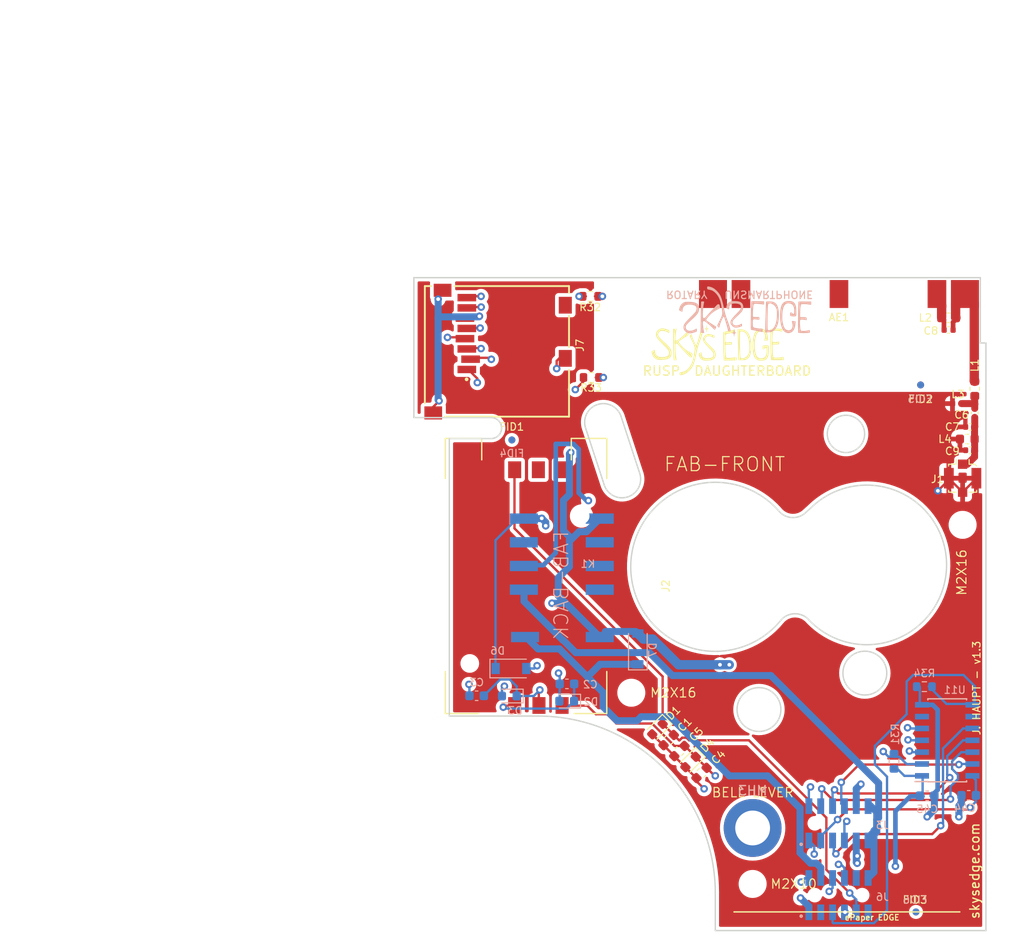
<source format=kicad_pcb>
(kicad_pcb (version 20211014) (generator pcbnew)

  (general
    (thickness 1.6)
  )

  (paper "A4")
  (layers
    (0 "F.Cu" signal "1.Cu")
    (1 "In1.Cu" signal "2.Cu")
    (2 "In2.Cu" signal "3.Cu")
    (31 "B.Cu" signal "4.Cu")
    (32 "B.Adhes" user "B.Adhesive")
    (33 "F.Adhes" user "F.Adhesive")
    (34 "B.Paste" user)
    (35 "F.Paste" user)
    (36 "B.SilkS" user "B.Silkscreen")
    (37 "F.SilkS" user "F.Silkscreen")
    (38 "B.Mask" user)
    (39 "F.Mask" user)
    (40 "Dwgs.User" user "User.Drawings")
    (41 "Cmts.User" user "User.Comments")
    (42 "Eco1.User" user "User.Eco1")
    (43 "Eco2.User" user "User.Eco2")
    (44 "Edge.Cuts" user)
    (45 "Margin" user)
    (46 "B.CrtYd" user "B.Courtyard")
    (47 "F.CrtYd" user "F.Courtyard")
    (48 "B.Fab" user)
    (49 "F.Fab" user)
  )

  (setup
    (stackup
      (layer "F.SilkS" (type "Top Silk Screen") (color "White"))
      (layer "F.Paste" (type "Top Solder Paste"))
      (layer "F.Mask" (type "Top Solder Mask") (color "Black") (thickness 0.01))
      (layer "F.Cu" (type "copper") (thickness 0.035))
      (layer "dielectric 1" (type "core") (thickness 0.48) (material "FR4") (epsilon_r 4.5) (loss_tangent 0.02))
      (layer "In1.Cu" (type "copper") (thickness 0.035))
      (layer "dielectric 2" (type "prepreg") (thickness 0.48) (material "FR4") (epsilon_r 4.5) (loss_tangent 0.02))
      (layer "In2.Cu" (type "copper") (thickness 0.035))
      (layer "dielectric 3" (type "core") (thickness 0.48) (material "FR4") (epsilon_r 4.5) (loss_tangent 0.02))
      (layer "B.Cu" (type "copper") (thickness 0.035))
      (layer "B.Mask" (type "Bottom Solder Mask") (color "Black") (thickness 0.01))
      (layer "B.Paste" (type "Bottom Solder Paste"))
      (layer "B.SilkS" (type "Bottom Silk Screen") (color "White"))
      (copper_finish "None")
      (dielectric_constraints no)
    )
    (pad_to_mask_clearance 0)
    (aux_axis_origin 150 100)
    (pcbplotparams
      (layerselection 0x00310fc_ffffffff)
      (disableapertmacros false)
      (usegerberextensions false)
      (usegerberattributes false)
      (usegerberadvancedattributes false)
      (creategerberjobfile false)
      (svguseinch false)
      (svgprecision 6)
      (excludeedgelayer true)
      (plotframeref false)
      (viasonmask false)
      (mode 1)
      (useauxorigin false)
      (hpglpennumber 1)
      (hpglpenspeed 20)
      (hpglpendiameter 15.000000)
      (dxfpolygonmode true)
      (dxfimperialunits true)
      (dxfusepcbnewfont true)
      (psnegative false)
      (psa4output false)
      (plotreference true)
      (plotvalue true)
      (plotinvisibletext false)
      (sketchpadsonfab false)
      (subtractmaskfromsilk false)
      (outputformat 1)
      (mirror false)
      (drillshape 0)
      (scaleselection 1)
      (outputdirectory "Fab/")
    )
  )

  (net 0 "")
  (net 1 "GND")
  (net 2 "/MISO")
  (net 3 "/MOSI")
  (net 4 "+3V8")
  (net 5 "+3V3")
  (net 6 "/SD CARD/SCK_3V3")
  (net 7 "/SD CARD/DO_3V3")
  (net 8 "/SD_CD")
  (net 9 "/SD CARD/DI_3V3")
  (net 10 "/SD CARD/CS_3V3")
  (net 11 "/SD_CS")
  (net 12 "/SIM_IO")
  (net 13 "/SIM_CLK")
  (net 14 "/SIM_RST")
  (net 15 "/VSIM")
  (net 16 "/LL_OE")
  (net 17 "Net-(J7-Pad1)")
  (net 18 "Net-(J7-Pad8)")
  (net 19 "/POWSW4")
  (net 20 "/RELAYOFF")
  (net 21 "+BATT")
  (net 22 "GNDA")
  (net 23 "/SCK")
  (net 24 "Net-(C6-Pad1)")
  (net 25 "VBUS")
  (net 26 "unconnected-(J2-Pad6)")
  (net 27 "+1V8")
  (net 28 "unconnected-(J7-Pad9)")
  (net 29 "unconnected-(K1-Pad5)")
  (net 30 "unconnected-(K1-Pad8)")
  (net 31 "unconnected-(K1-Pad9)")
  (net 32 "unconnected-(K1-Pad10)")
  (net 33 "unconnected-(U11-Pad6)")
  (net 34 "unconnected-(U11-Pad9)")
  (net 35 "Net-(AE1-Pad1)")
  (net 36 "Net-(AE1-Pad2)")
  (net 37 "Net-(C6-Pad2)")
  (net 38 "unconnected-(J6-Pad10)")

  (footprint "Capacitor_SMD:C_0603_1608Metric" (layer "F.Cu") (at 146.15 119.75 -135))

  (footprint "MountingHole:MountingHole_2.2mm_M2" (layer "F.Cu") (at 141 113.5))

  (footprint "Fiducial:Fiducial_0.75mm_Dia_1.5mm_Outer" (layer "F.Cu") (at 172 80.5))

  (footprint "Capacitor_SMD:C_0603_1608Metric" (layer "F.Cu") (at 145 118.575 -135))

  (footprint "Fiducial:Fiducial_0.75mm_Dia_1.5mm_Outer" (layer "F.Cu") (at 128.2 86.4))

  (footprint "Diode_SMD:D_0603_1608Metric" (layer "F.Cu") (at 143.8 117.4 -135))

  (footprint "Capacitor_SMD:C_0603_1608Metric" (layer "F.Cu") (at 148.525 122.1 -135))

  (footprint "Resistor_SMD:R_0603_1608Metric" (layer "F.Cu") (at 136.7 79.7 180))

  (footprint "Resistor_SMD:R_0603_1608Metric" (layer "F.Cu") (at 136.615 71 180))

  (footprint "digikey-footprints:MicroSDSocket_GCT_MEM2061-01-188-00-A" (layer "F.Cu") (at 126.6 76.6 -90))

  (footprint "MountingHole:MountingHole_2.2mm_M2" (layer "F.Cu") (at 176.5 95.5))

  (footprint "Diode_SMD:D_0603_1608Metric" (layer "F.Cu") (at 147.35 120.925 -135))

  (footprint "MyFootprints:SkysEdge_18mm" (layer "F.Cu") (at 150.35 76))

  (footprint "MountingHole:MountingHole_2.2mm_M2" (layer "F.Cu") (at 154 134))

  (footprint "Fiducial:Fiducial_0.75mm_Dia_1.5mm_Outer" (layer "F.Cu") (at 171.5 137))

  (footprint "MyFootprints:SIMHolder_Amph7111S2015X02LF" (layer "F.Cu") (at 129.72 101.78 90))

  (footprint "Capacitor_SMD:C_0402_1005Metric" (layer "F.Cu") (at 177.3 85))

  (footprint "Inductor_SMD:L_0402_1005Metric" (layer "F.Cu") (at 175.9 82.5))

  (footprint "Capacitor_SMD:C_0402_1005Metric" (layer "F.Cu") (at 177.8 83.5 -90))

  (footprint "Inductor_SMD:L_0603_1608Metric" (layer "F.Cu") (at 177 86.3))

  (footprint "Inductor_SMD:L_0603_1608Metric" (layer "F.Cu") (at 175 73.3))

  (footprint "MyFootprints:U.FL_Molex_MCRF_73412-0110_Vertical" (layer "F.Cu") (at 176.5 90.5 -90))

  (footprint "MyFootprints:Antenna_Ignion_TriomXtend_NN03-310" (layer "F.Cu") (at 163.25 70.75 180))

  (footprint "Capacitor_SMD:C_0402_1005Metric" (layer "F.Cu") (at 177.3 87.5))

  (footprint "Capacitor_SMD:C_0402_1005Metric" (layer "F.Cu") (at 175 74.6))

  (footprint "Inductor_SMD:L_0603_1608Metric" (layer "F.Cu") (at 177.8 80.9 -90))

  (footprint "Diode_SMD:D_0603_1608Metric" (layer "B.Cu") (at 127.925 113.85 180))

  (footprint "MyFootprints:Samtec_2x6HeaderSocket_FLE-106-01-G-DV" (layer "B.Cu") (at 163.2 135.2))

  (footprint "Diode_SMD:D_0603_1608Metric" (layer "B.Cu") (at 134.075 114.4 180))

  (footprint "Fiducial:Fiducial_0.75mm_Dia_1.5mm_Outer" (layer "B.Cu") (at 172 80.5))

  (footprint "Capacitor_SMD:C_0603_1608Metric" (layer "B.Cu") (at 134.1 112.55 180))

  (footprint "Fiducial:Fiducial_0.75mm_Dia_1.5mm_Outer" (layer "B.Cu") (at 128.2 86.4))

  (footprint "Capacitor_SMD:C_0603_1608Metric" (layer "B.Cu") (at 124.425 113.825 180))

  (footprint "MyFootprints:Samtec_2x6HeaderSocket_FLE-106-01-G-DV" (layer "B.Cu") (at 163.2 127.5))

  (footprint "MyFootprints:Relay_Kemet_EE2-3TNU" (layer "B.Cu") (at 133.586 101.15))

  (footprint "Diode_SMD:D_SOD-123" (layer "B.Cu") (at 128.1 110.9))

  (footprint "Resistor_SMD:R_0603_1608Metric" (layer "B.Cu") (at 169.15 120.85 90))

  (footprint "Diode_SMD:D_SOD-123" (layer "B.Cu") (at 141.7 108.8 90))

  (footprint "MyFootprints:SMTSO-M2-3ET" (layer "B.Cu") (at 154 128 180))

  (footprint "MyFootprints:SkysEdge_18mm" (layer "B.Cu") (at 153.3 73.4))

  (footprint "Resistor_SMD:R_0603_1608Metric" (layer "B.Cu") (at 172.4 112.85 180))

  (footprint "Capacitor_SMD:C_0603_1608Metric" (layer "B.Cu") (at 177.15 124.5 180))

  (footprint "Capacitor_SMD:C_0603_1608Metric" (layer "B.Cu") (at 172.7 124.55))

  (footprint "Fiducial:Fiducial_0.75mm_Dia_1.5mm_Outer" (layer "B.Cu") (at 171.5 137))

  (footprint "MyFootprints:SOIC-14_3.9x8.7mm_P1.27mm" (layer "B.Cu") (at 174.85 118.6 180))

  (gr_line (start 176.2 137) (end 152 137) (layer "F.SilkS") (width 0.15) (tstamp 4b73081d-5d08-41e9-92ec-8ba83bcdad39))
  (gr_line (start 152.375 100) (end 150 100) (layer "Dwgs.User") (width 0.15) (tstamp 00000000-0000-0000-0000-00005fe2b144))
  (gr_line (start 150 100) (end 150 96.08) (layer "Dwgs.User") (width 0.15) (tstamp 00000000-0000-0000-0000-00005fe2b147))
  (gr_line (start 150 100) (end 155.9 100) (layer "Dwgs.User") (width 0.15) (tstamp 00000000-0000-0000-0000-00005fe2b189))
  (gr_line (start 150 100) (end 147.625 100) (layer "Dwgs.User") (width 0.15) (tstamp 00000000-0000-0000-0000-00005fe2b1b6))
  (gr_line (start 150 102.375) (end 150 100) (layer "Dwgs.User") (width 0.15) (tstamp 00000000-0000-0000-0000-00005fe2b8c4))
  (gr_line (start 150 100) (end 150 97.625) (layer "Dwgs.User") (width 0.15) (tstamp 00000000-0000-0000-0000-00005fe2b8c7))
  (gr_line (start 164.65 99.8) (end 166.9 99.8) (layer "Dwgs.User") (width 0.1) (tstamp a2e972d4-995e-4d67-96ee-a74756e08526))
  (gr_line (start 166.225 107.625) (end 166.225 91.575) (layer "Dwgs.User") (width 0.15) (tstamp b03a5f1f-911c-4026-8821-84be1d476c65))
  (gr_line (start 121.05 87) (end 122.05 86.25) (layer "Eco1.User") (width 0.1) (tstamp 326a4693-fdaa-4642-9895-c43c0f658e2d))
  (gr_line (start 154 128) (end 152.2 128) (layer "Eco1.User") (width 0.1) (tstamp 4bd9245a-8726-4243-814b-fb170b4c8d9b))
  (gr_rect (start 129.5 93.825) (end 137.625 108.55) (layer "Eco1.User") (width 0.1) (fill none) (tstamp 842f9322-de18-4df1-9acc-108a88358bc8))
  (gr_line (start 122.05 86.25) (end 121.05 86.25) (layer "Eco1.User") (width 0.1) (tstamp dde0a94d-9f7e-4c0d-b9bd-67d919096fa1))
  (gr_line (start 154 128) (end 154 126.2) (layer "Eco1.User") (width 0.1) (tstamp e5a25f06-7d64-4c71-ac01-677a97196ef4))
  (gr_line (start 121.05 86.25) (end 121.05 87) (layer "Eco1.User") (width 0.1) (tstamp e6c57be4-076b-4791-b5f7-950dec1eba7d))
  (gr_arc (start 159.775 94.1) (mid 158.225699 94.71923) (end 156.745904 93.948527) (layer "Edge.Cuts") (width 0.15) (tstamp 00000000-0000-0000-0000-00005fe2ad1e))
  (gr_line (start 121.5 116) (end 121.5 86.25) (layer "Edge.Cuts") (width 0.15) (tstamp 00000000-0000-0000-0000-00005fe2afe5))
  (gr_line (start 126 84) (end 117.7 84) (layer "Edge.Cuts") (width 0.15) (tstamp 00000000-0000-0000-0000-00005fe2afe8))
  (gr_line (start 117.7 84) (end 117.7 69) (layer "Edge.Cuts") (width 0.15) (tstamp 00000000-0000-0000-0000-00005fe2b66c))
  (gr_line (start 117.7 69) (end 178.4 69) (layer "Edge.Cuts") (width 0.15) (tstamp 00000000-0000-0000-0000-00005fe2b66f))
  (gr_line (start 121.5 116) (end 131 116) (layer "Edge.Cuts") (width 0.15) (tstamp 00000000-0000-0000-0000-00005fe2b67b))
  (gr_line (start 150 139) (end 150 135) (layer "Edge.Cuts") (width 0.15) (tstamp 00000000-0000-0000-0000-00005fe2b67e))
  (gr_arc (start 131 116) (mid 144.435029 121.564971) (end 150 135) (layer "Edge.Cuts") (width 0.15) (tstamp 00000000-0000-0000-0000-00005fe2b681))
  (gr_circle (center 154.678 115.301) (end 157.028 115.301) (layer "Edge.Cuts") (width 0.15) (fill none) (tstamp 00000000-0000-0000-0000-00005fe2b684))
  (gr_circle (center 166.024 111.394) (end 168.374 111.394) (layer "Edge.Cuts") (width 0.15) (fill none) (tstamp 00000000-0000-0000-0000-00005fe2b687))
  (gr_arc (start 156.999999 105.755654) (mid 158.546383 105.028984) (end 160.091573 105.758189) (layer "Edge.Cuts") (width 0.15) (tstamp 00000000-0000-0000-0000-00005fe2b8ca))
  (gr_line (start 179 76) (end 179 139) (layer "Edge.Cuts") (width 0.15) (tstamp 00000000-0000-0000-0000-000060c96aa8))
  (gr_line (start 179 139) (end 150 139) (layer "Edge.Cuts") (width 0.15) (tstamp 00000000-0000-0000-0000-000060c96aab))
  (gr_line (start 178.4 76) (end 178.4 69) (layer "Edge.Cuts") (width 0.15) (tstamp 05f2859d-2820-4e84-b395-696011feb13b))
  (gr_circle (center 164 85.75) (end 166 85.75) (layer "Edge.Cuts") (width 0.15) (fill none) (tstamp 19d84518-aa56-4a89-beed-78ce8456d9cf))
  (gr_line (start 138.125 91.3) (end 136.1 85.125) (layer "Edge.Cuts") (width 0.15) (tstamp 638f25d2-c0f3-4b26-98c2-56361c19f1f1))
  (gr_line (start 159.775 94.1) (end 160.250001 93.675001) (layer "Edge.Cuts") (width 0.15) (tstamp 6fa63e2b-2192-4cb8-a225-955cd58c4d75))
  (gr_arc (start 156.999999 105.755654) (mid 140.939673 100.194983) (end 156.745904 93.948527) (layer "Edge.Cuts") (width 0.15) (tstamp 8a5a85a8-79ed-46f2-9a9e-30a5ca656b04))
  (gr_arc (start 141.9 89.975) (mid 140.662028 92.488041) (end 138.125 91.3) (layer "Edge.Cuts") (width 0.15) (tstamp 92f73f9f-03de-436a-9c8a-ff1878a8dd58))
  (gr_arc (start 136.1 85.125) (mid 137.337589 82.612717) (end 139.873829 83.800437) (layer "Edge.Cuts") (width 0.15) (tstamp 9bfa86a1-0d78-4695-bf85-7f6fce635f03))
  (gr_line (start 179 76) (end 178.4 76) (layer "Edge.Cuts") (width 0.15) (tstamp a8fb8ee0-623f-4870-a716-ecc88f37ef9a))
  (gr_arc (start 160.250001 93.675001) (mid 174.781448 99.908162) (end 160.091573 105.758189) (layer "Edge.Cuts") (width 0.15) (tstamp bc09f854-7eea-492b-bbf8-c8595ca9ca60))
  (gr_arc (start 126 84.000001) (mid 127.100277 85.125) (end 126 86.249999) (layer "Edge.Cuts") (width 0.15) (tstamp e734dbb9-d314-4903-9d30-82bcfd39727f))
  (gr_line (start 139.875 83.8) (end 141.9 89.975) (layer "Edge.Cuts") (width 0.15) (tstamp f41ea30d-22f9-4179-8b2f-518927dde685))
  (gr_line (start 121.5 86.25) (end 126 86.25) (layer "Edge.Cuts") (width 0.15) (tstamp fb4e29bc-d501-4649-a3b6-79f3e083d49c))
  (gr_circle (center 150 100) (end 150 67) (layer "F.Fab") (width 0.2) (fill none) (tstamp 00000000-0000-0000-0000-00005fe2afe2))
  (gr_text "ROTARY   UNSMARTPHONE" (at 152.6 70.8 180) (layer "B.SilkS") (tstamp 00000000-0000-0000-0000-000060c9694f)
    (effects (font (size 0.8 0.8) (thickness 0.12)) (justify mirror))
  )
  (gr_text "FAB-BACK" (at 133.5 102 90) (layer "B.SilkS") (tstamp 7eebb937-5634-42da-bd7e-2e0260369d0e)
    (effects (font (size 1.5 1.5) (thickness 0.12)) (justify mirror))
  )
  (gr_text "RUSP  DAUGHTERBOARD" (at 151.25 79) (layer "F.SilkS") (tstamp 00000000-0000-0000-0000-00005fe2b68a)
    (effects (font (size 1 1) (thickness 0.15)))
  )
  (gr_text "skysedge.com" (at 177.8 132.6 90) (layer "F.SilkS") (tstamp 00000000-0000-0000-0000-00005fe2b68d)
    (effects (font (size 1 1) (thickness 0.15)))
  )
  (gr_text "M2X16" (at 145.5 113.5) (layer "F.SilkS") (tstamp 00000000-0000-0000-0000-0000608c82fe)
    (effects (font (size 1 1) (thickness 0.12)))
  )
  (gr_text "M2X10" (at 158.4 134) (layer "F.SilkS") (tstamp 00000000-0000-0000-0000-0000608c83bb)
    (effects (font (size 1 1) (thickness 0.12)))
  )
  (gr_text "J. HAUPT - v1.3" (at 178 113 90) (layer "F.SilkS") (tstamp 00000000-0000-0000-0000-000060c62ecf)
    (effects (font (size 0.8 0.8) (thickness 0.12)))
  )
  (gr_text "ePaper EDGE" (at 166.8 137.6) (layer "F.SilkS") (tstamp 21d62003-d25f-4b67-ac23-4ef13ef45e18)
    (effects (font (size 0.6 0.6) (thickness 0.12)))
  )
  (gr_text "FAB-FRONT" (at 151 89) (layer "F.SilkS") (tstamp 604495b3-3885-49af-8442-bcf3d7361dc4)
    (effects (font (size 1.5 1.5) (thickness 0.12)))
  )
  (gr_text "M2X16" (at 176.4 100.6 90) (layer "F.SilkS") (tstamp d7e5a060-eb57-4238-9312-26bc885fc97d)
    (effects (font (size 1 1) (thickness 0.12)))
  )
  (gr_text "BELL LEVER " (at 154.4 124.2) (layer "F.SilkS") (tstamp fbf98822-4481-460f-9dd0-00ce80a827f6)
    (effects (font (size 1 1) (thickness 0.12)))
  )
  (gr_text "Fab notes:\n	-Panel 2X2, 10mm RAIL\n	-BOARD THICKNESS: 1.6mm\n	-Solder mask: black\n	-Silk: White\n	-Surface finish: ENIG" (at 73.35 48.8) (layer "Cmts.User") (tstamp 5208ce5a-f101-48c2-a90d-b68c1aad66a3)
    (effects (font (size 2 2) (thickness 0.2)) (justify left))
  )

  (segment (start 124.667993 73.19) (end 122.675 73.19) (width 0.25) (layer "F.Cu") (net 1) (tstamp 0e528908-42ca-4e1d-9496-7f63fde2c43
... [428316 chars truncated]
</source>
